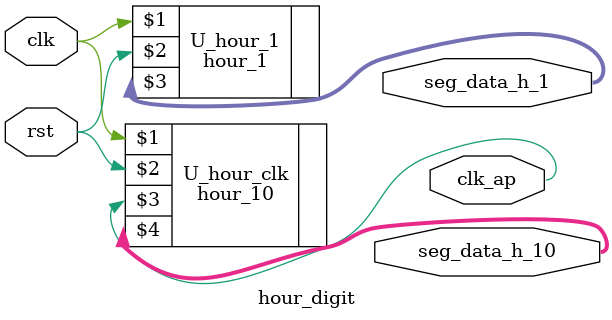
<source format=v>
module hour_digit(clk, rst,clk_ap, seg_data_h_1, seg_data_h_10);

  input		      clk, rst;
  output          clk_ap;
  output [7:0]	seg_data_h_1, seg_data_h_10;

  
  hour_1 U_hour_1(clk, rst, seg_data_h_1);

  
  hour_10 U_hour_clk(clk, rst, clk_ap, seg_data_h_10); 

endmodule

</source>
